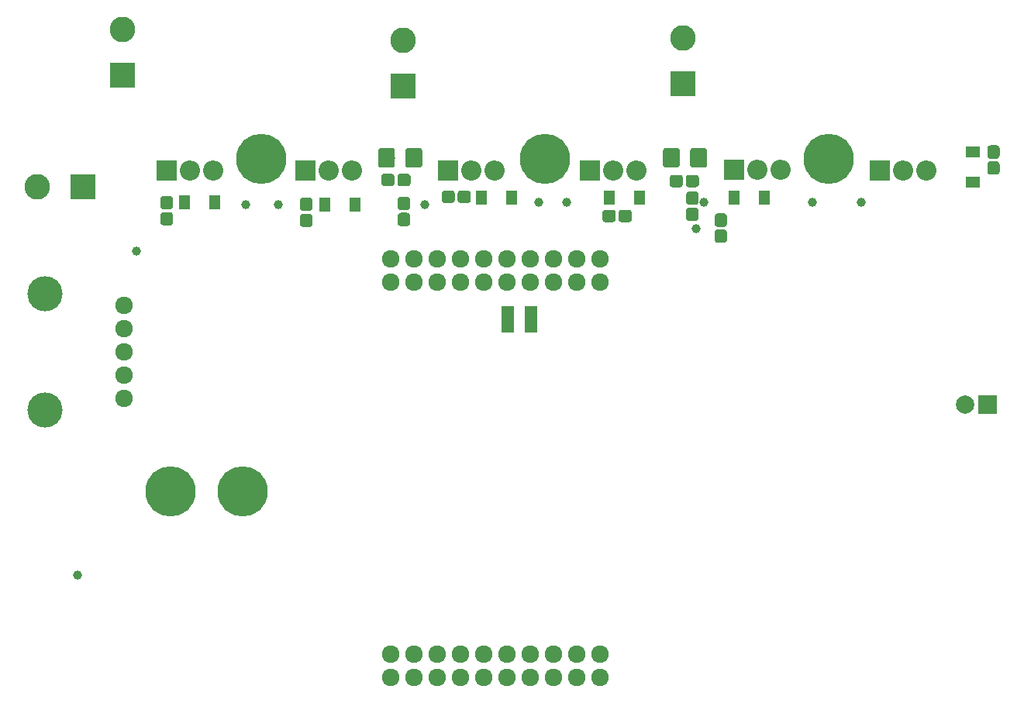
<source format=gbr>
G04 #@! TF.GenerationSoftware,KiCad,Pcbnew,(5.1.2)-1*
G04 #@! TF.CreationDate,2019-10-20T14:10:17-05:00*
G04 #@! TF.ProjectId,MotorController_Hardware,4d6f746f-7243-46f6-9e74-726f6c6c6572,rev?*
G04 #@! TF.SameCoordinates,Original*
G04 #@! TF.FileFunction,Soldermask,Bot*
G04 #@! TF.FilePolarity,Negative*
%FSLAX46Y46*%
G04 Gerber Fmt 4.6, Leading zero omitted, Abs format (unit mm)*
G04 Created by KiCad (PCBNEW (5.1.2)-1) date 2019-10-20 14:10:17*
%MOMM*%
%LPD*%
G04 APERTURE LIST*
%ADD10C,2.800000*%
%ADD11R,2.800000X2.800000*%
%ADD12R,2.000000X2.000000*%
%ADD13C,2.000000*%
%ADD14C,0.100000*%
%ADD15C,1.350000*%
%ADD16C,1.924000*%
%ADD17C,3.850000*%
%ADD18C,5.480000*%
%ADD19R,1.300000X1.600000*%
%ADD20R,1.600000X1.300000*%
%ADD21O,2.200000X2.200000*%
%ADD22R,2.200000X2.200000*%
%ADD23C,1.825000*%
%ADD24R,1.400000X1.100000*%
%ADD25C,1.000000*%
%ADD26C,1.920000*%
G04 APERTURE END LIST*
D10*
X97663000Y-58754000D03*
D11*
X97663000Y-63754000D03*
D12*
X192151000Y-99695000D03*
D13*
X189651000Y-99695000D03*
D11*
X128333500Y-64897000D03*
D10*
X128333500Y-59897000D03*
X88345000Y-75946000D03*
D11*
X93345000Y-75946000D03*
D10*
X158877000Y-59643000D03*
D11*
X158877000Y-64643000D03*
D14*
G36*
X128817581Y-74510625D02*
G01*
X128850343Y-74515485D01*
X128882471Y-74523533D01*
X128913656Y-74534691D01*
X128943596Y-74548852D01*
X128972005Y-74565879D01*
X128998608Y-74585609D01*
X129023149Y-74607851D01*
X129045391Y-74632392D01*
X129065121Y-74658995D01*
X129082148Y-74687404D01*
X129096309Y-74717344D01*
X129107467Y-74748529D01*
X129115515Y-74780657D01*
X129120375Y-74813419D01*
X129122000Y-74846500D01*
X129122000Y-75521500D01*
X129120375Y-75554581D01*
X129115515Y-75587343D01*
X129107467Y-75619471D01*
X129096309Y-75650656D01*
X129082148Y-75680596D01*
X129065121Y-75709005D01*
X129045391Y-75735608D01*
X129023149Y-75760149D01*
X128998608Y-75782391D01*
X128972005Y-75802121D01*
X128943596Y-75819148D01*
X128913656Y-75833309D01*
X128882471Y-75844467D01*
X128850343Y-75852515D01*
X128817581Y-75857375D01*
X128784500Y-75859000D01*
X128009500Y-75859000D01*
X127976419Y-75857375D01*
X127943657Y-75852515D01*
X127911529Y-75844467D01*
X127880344Y-75833309D01*
X127850404Y-75819148D01*
X127821995Y-75802121D01*
X127795392Y-75782391D01*
X127770851Y-75760149D01*
X127748609Y-75735608D01*
X127728879Y-75709005D01*
X127711852Y-75680596D01*
X127697691Y-75650656D01*
X127686533Y-75619471D01*
X127678485Y-75587343D01*
X127673625Y-75554581D01*
X127672000Y-75521500D01*
X127672000Y-74846500D01*
X127673625Y-74813419D01*
X127678485Y-74780657D01*
X127686533Y-74748529D01*
X127697691Y-74717344D01*
X127711852Y-74687404D01*
X127728879Y-74658995D01*
X127748609Y-74632392D01*
X127770851Y-74607851D01*
X127795392Y-74585609D01*
X127821995Y-74565879D01*
X127850404Y-74548852D01*
X127880344Y-74534691D01*
X127911529Y-74523533D01*
X127943657Y-74515485D01*
X127976419Y-74510625D01*
X128009500Y-74509000D01*
X128784500Y-74509000D01*
X128817581Y-74510625D01*
X128817581Y-74510625D01*
G37*
D15*
X128397000Y-75184000D03*
D14*
G36*
X127067581Y-74510625D02*
G01*
X127100343Y-74515485D01*
X127132471Y-74523533D01*
X127163656Y-74534691D01*
X127193596Y-74548852D01*
X127222005Y-74565879D01*
X127248608Y-74585609D01*
X127273149Y-74607851D01*
X127295391Y-74632392D01*
X127315121Y-74658995D01*
X127332148Y-74687404D01*
X127346309Y-74717344D01*
X127357467Y-74748529D01*
X127365515Y-74780657D01*
X127370375Y-74813419D01*
X127372000Y-74846500D01*
X127372000Y-75521500D01*
X127370375Y-75554581D01*
X127365515Y-75587343D01*
X127357467Y-75619471D01*
X127346309Y-75650656D01*
X127332148Y-75680596D01*
X127315121Y-75709005D01*
X127295391Y-75735608D01*
X127273149Y-75760149D01*
X127248608Y-75782391D01*
X127222005Y-75802121D01*
X127193596Y-75819148D01*
X127163656Y-75833309D01*
X127132471Y-75844467D01*
X127100343Y-75852515D01*
X127067581Y-75857375D01*
X127034500Y-75859000D01*
X126259500Y-75859000D01*
X126226419Y-75857375D01*
X126193657Y-75852515D01*
X126161529Y-75844467D01*
X126130344Y-75833309D01*
X126100404Y-75819148D01*
X126071995Y-75802121D01*
X126045392Y-75782391D01*
X126020851Y-75760149D01*
X125998609Y-75735608D01*
X125978879Y-75709005D01*
X125961852Y-75680596D01*
X125947691Y-75650656D01*
X125936533Y-75619471D01*
X125928485Y-75587343D01*
X125923625Y-75554581D01*
X125922000Y-75521500D01*
X125922000Y-74846500D01*
X125923625Y-74813419D01*
X125928485Y-74780657D01*
X125936533Y-74748529D01*
X125947691Y-74717344D01*
X125961852Y-74687404D01*
X125978879Y-74658995D01*
X125998609Y-74632392D01*
X126020851Y-74607851D01*
X126045392Y-74585609D01*
X126071995Y-74565879D01*
X126100404Y-74548852D01*
X126130344Y-74534691D01*
X126161529Y-74523533D01*
X126193657Y-74515485D01*
X126226419Y-74510625D01*
X126259500Y-74509000D01*
X127034500Y-74509000D01*
X127067581Y-74510625D01*
X127067581Y-74510625D01*
G37*
D15*
X126647000Y-75184000D03*
D14*
G36*
X160313581Y-74637625D02*
G01*
X160346343Y-74642485D01*
X160378471Y-74650533D01*
X160409656Y-74661691D01*
X160439596Y-74675852D01*
X160468005Y-74692879D01*
X160494608Y-74712609D01*
X160519149Y-74734851D01*
X160541391Y-74759392D01*
X160561121Y-74785995D01*
X160578148Y-74814404D01*
X160592309Y-74844344D01*
X160603467Y-74875529D01*
X160611515Y-74907657D01*
X160616375Y-74940419D01*
X160618000Y-74973500D01*
X160618000Y-75648500D01*
X160616375Y-75681581D01*
X160611515Y-75714343D01*
X160603467Y-75746471D01*
X160592309Y-75777656D01*
X160578148Y-75807596D01*
X160561121Y-75836005D01*
X160541391Y-75862608D01*
X160519149Y-75887149D01*
X160494608Y-75909391D01*
X160468005Y-75929121D01*
X160439596Y-75946148D01*
X160409656Y-75960309D01*
X160378471Y-75971467D01*
X160346343Y-75979515D01*
X160313581Y-75984375D01*
X160280500Y-75986000D01*
X159505500Y-75986000D01*
X159472419Y-75984375D01*
X159439657Y-75979515D01*
X159407529Y-75971467D01*
X159376344Y-75960309D01*
X159346404Y-75946148D01*
X159317995Y-75929121D01*
X159291392Y-75909391D01*
X159266851Y-75887149D01*
X159244609Y-75862608D01*
X159224879Y-75836005D01*
X159207852Y-75807596D01*
X159193691Y-75777656D01*
X159182533Y-75746471D01*
X159174485Y-75714343D01*
X159169625Y-75681581D01*
X159168000Y-75648500D01*
X159168000Y-74973500D01*
X159169625Y-74940419D01*
X159174485Y-74907657D01*
X159182533Y-74875529D01*
X159193691Y-74844344D01*
X159207852Y-74814404D01*
X159224879Y-74785995D01*
X159244609Y-74759392D01*
X159266851Y-74734851D01*
X159291392Y-74712609D01*
X159317995Y-74692879D01*
X159346404Y-74675852D01*
X159376344Y-74661691D01*
X159407529Y-74650533D01*
X159439657Y-74642485D01*
X159472419Y-74637625D01*
X159505500Y-74636000D01*
X160280500Y-74636000D01*
X160313581Y-74637625D01*
X160313581Y-74637625D01*
G37*
D15*
X159893000Y-75311000D03*
D14*
G36*
X158563581Y-74637625D02*
G01*
X158596343Y-74642485D01*
X158628471Y-74650533D01*
X158659656Y-74661691D01*
X158689596Y-74675852D01*
X158718005Y-74692879D01*
X158744608Y-74712609D01*
X158769149Y-74734851D01*
X158791391Y-74759392D01*
X158811121Y-74785995D01*
X158828148Y-74814404D01*
X158842309Y-74844344D01*
X158853467Y-74875529D01*
X158861515Y-74907657D01*
X158866375Y-74940419D01*
X158868000Y-74973500D01*
X158868000Y-75648500D01*
X158866375Y-75681581D01*
X158861515Y-75714343D01*
X158853467Y-75746471D01*
X158842309Y-75777656D01*
X158828148Y-75807596D01*
X158811121Y-75836005D01*
X158791391Y-75862608D01*
X158769149Y-75887149D01*
X158744608Y-75909391D01*
X158718005Y-75929121D01*
X158689596Y-75946148D01*
X158659656Y-75960309D01*
X158628471Y-75971467D01*
X158596343Y-75979515D01*
X158563581Y-75984375D01*
X158530500Y-75986000D01*
X157755500Y-75986000D01*
X157722419Y-75984375D01*
X157689657Y-75979515D01*
X157657529Y-75971467D01*
X157626344Y-75960309D01*
X157596404Y-75946148D01*
X157567995Y-75929121D01*
X157541392Y-75909391D01*
X157516851Y-75887149D01*
X157494609Y-75862608D01*
X157474879Y-75836005D01*
X157457852Y-75807596D01*
X157443691Y-75777656D01*
X157432533Y-75746471D01*
X157424485Y-75714343D01*
X157419625Y-75681581D01*
X157418000Y-75648500D01*
X157418000Y-74973500D01*
X157419625Y-74940419D01*
X157424485Y-74907657D01*
X157432533Y-74875529D01*
X157443691Y-74844344D01*
X157457852Y-74814404D01*
X157474879Y-74785995D01*
X157494609Y-74759392D01*
X157516851Y-74734851D01*
X157541392Y-74712609D01*
X157567995Y-74692879D01*
X157596404Y-74675852D01*
X157626344Y-74661691D01*
X157657529Y-74650533D01*
X157689657Y-74642485D01*
X157722419Y-74637625D01*
X157755500Y-74636000D01*
X158530500Y-74636000D01*
X158563581Y-74637625D01*
X158563581Y-74637625D01*
G37*
D15*
X158143000Y-75311000D03*
D16*
X97790000Y-99060000D03*
X97790000Y-96520000D03*
X97790000Y-93980000D03*
X97790000Y-91440000D03*
X97790000Y-88900000D03*
D17*
X89154000Y-100330000D03*
X89154000Y-87630000D03*
D18*
X102870000Y-109220000D03*
X110744000Y-109220000D03*
X112776000Y-72923400D03*
X143814800Y-72898000D03*
X174828200Y-72923400D03*
D19*
X107757500Y-77660500D03*
X104457500Y-77660500D03*
X123061000Y-77914500D03*
X119761000Y-77914500D03*
X140143500Y-77152500D03*
X136843500Y-77152500D03*
X150813500Y-77089000D03*
X154113500Y-77089000D03*
X164465000Y-77152500D03*
X167765000Y-77152500D03*
D20*
X190500000Y-75437000D03*
X190500000Y-72137000D03*
D21*
X107569000Y-74168000D03*
X105029000Y-74168000D03*
D22*
X102489000Y-74168000D03*
X117665500Y-74168000D03*
D21*
X120205500Y-74168000D03*
X122745500Y-74168000D03*
D22*
X133223000Y-74168000D03*
D21*
X135763000Y-74168000D03*
X138303000Y-74168000D03*
X153797000Y-74168000D03*
X151257000Y-74168000D03*
D22*
X148717000Y-74168000D03*
X164465000Y-74104500D03*
D21*
X167005000Y-74104500D03*
X169545000Y-74104500D03*
X185420000Y-74168000D03*
X182880000Y-74168000D03*
D22*
X180340000Y-74168000D03*
D14*
G36*
X102859581Y-78701125D02*
G01*
X102892343Y-78705985D01*
X102924471Y-78714033D01*
X102955656Y-78725191D01*
X102985596Y-78739352D01*
X103014005Y-78756379D01*
X103040608Y-78776109D01*
X103065149Y-78798351D01*
X103087391Y-78822892D01*
X103107121Y-78849495D01*
X103124148Y-78877904D01*
X103138309Y-78907844D01*
X103149467Y-78939029D01*
X103157515Y-78971157D01*
X103162375Y-79003919D01*
X103164000Y-79037000D01*
X103164000Y-79812000D01*
X103162375Y-79845081D01*
X103157515Y-79877843D01*
X103149467Y-79909971D01*
X103138309Y-79941156D01*
X103124148Y-79971096D01*
X103107121Y-79999505D01*
X103087391Y-80026108D01*
X103065149Y-80050649D01*
X103040608Y-80072891D01*
X103014005Y-80092621D01*
X102985596Y-80109648D01*
X102955656Y-80123809D01*
X102924471Y-80134967D01*
X102892343Y-80143015D01*
X102859581Y-80147875D01*
X102826500Y-80149500D01*
X102151500Y-80149500D01*
X102118419Y-80147875D01*
X102085657Y-80143015D01*
X102053529Y-80134967D01*
X102022344Y-80123809D01*
X101992404Y-80109648D01*
X101963995Y-80092621D01*
X101937392Y-80072891D01*
X101912851Y-80050649D01*
X101890609Y-80026108D01*
X101870879Y-79999505D01*
X101853852Y-79971096D01*
X101839691Y-79941156D01*
X101828533Y-79909971D01*
X101820485Y-79877843D01*
X101815625Y-79845081D01*
X101814000Y-79812000D01*
X101814000Y-79037000D01*
X101815625Y-79003919D01*
X101820485Y-78971157D01*
X101828533Y-78939029D01*
X101839691Y-78907844D01*
X101853852Y-78877904D01*
X101870879Y-78849495D01*
X101890609Y-78822892D01*
X101912851Y-78798351D01*
X101937392Y-78776109D01*
X101963995Y-78756379D01*
X101992404Y-78739352D01*
X102022344Y-78725191D01*
X102053529Y-78714033D01*
X102085657Y-78705985D01*
X102118419Y-78701125D01*
X102151500Y-78699500D01*
X102826500Y-78699500D01*
X102859581Y-78701125D01*
X102859581Y-78701125D01*
G37*
D15*
X102489000Y-79424500D03*
D14*
G36*
X102859581Y-76951125D02*
G01*
X102892343Y-76955985D01*
X102924471Y-76964033D01*
X102955656Y-76975191D01*
X102985596Y-76989352D01*
X103014005Y-77006379D01*
X103040608Y-77026109D01*
X103065149Y-77048351D01*
X103087391Y-77072892D01*
X103107121Y-77099495D01*
X103124148Y-77127904D01*
X103138309Y-77157844D01*
X103149467Y-77189029D01*
X103157515Y-77221157D01*
X103162375Y-77253919D01*
X103164000Y-77287000D01*
X103164000Y-78062000D01*
X103162375Y-78095081D01*
X103157515Y-78127843D01*
X103149467Y-78159971D01*
X103138309Y-78191156D01*
X103124148Y-78221096D01*
X103107121Y-78249505D01*
X103087391Y-78276108D01*
X103065149Y-78300649D01*
X103040608Y-78322891D01*
X103014005Y-78342621D01*
X102985596Y-78359648D01*
X102955656Y-78373809D01*
X102924471Y-78384967D01*
X102892343Y-78393015D01*
X102859581Y-78397875D01*
X102826500Y-78399500D01*
X102151500Y-78399500D01*
X102118419Y-78397875D01*
X102085657Y-78393015D01*
X102053529Y-78384967D01*
X102022344Y-78373809D01*
X101992404Y-78359648D01*
X101963995Y-78342621D01*
X101937392Y-78322891D01*
X101912851Y-78300649D01*
X101890609Y-78276108D01*
X101870879Y-78249505D01*
X101853852Y-78221096D01*
X101839691Y-78191156D01*
X101828533Y-78159971D01*
X101820485Y-78127843D01*
X101815625Y-78095081D01*
X101814000Y-78062000D01*
X101814000Y-77287000D01*
X101815625Y-77253919D01*
X101820485Y-77221157D01*
X101828533Y-77189029D01*
X101839691Y-77157844D01*
X101853852Y-77127904D01*
X101870879Y-77099495D01*
X101890609Y-77072892D01*
X101912851Y-77048351D01*
X101937392Y-77026109D01*
X101963995Y-77006379D01*
X101992404Y-76989352D01*
X102022344Y-76975191D01*
X102053529Y-76964033D01*
X102085657Y-76955985D01*
X102118419Y-76951125D01*
X102151500Y-76949500D01*
X102826500Y-76949500D01*
X102859581Y-76951125D01*
X102859581Y-76951125D01*
G37*
D15*
X102489000Y-77674500D03*
D14*
G36*
X118099581Y-78877625D02*
G01*
X118132343Y-78882485D01*
X118164471Y-78890533D01*
X118195656Y-78901691D01*
X118225596Y-78915852D01*
X118254005Y-78932879D01*
X118280608Y-78952609D01*
X118305149Y-78974851D01*
X118327391Y-78999392D01*
X118347121Y-79025995D01*
X118364148Y-79054404D01*
X118378309Y-79084344D01*
X118389467Y-79115529D01*
X118397515Y-79147657D01*
X118402375Y-79180419D01*
X118404000Y-79213500D01*
X118404000Y-79988500D01*
X118402375Y-80021581D01*
X118397515Y-80054343D01*
X118389467Y-80086471D01*
X118378309Y-80117656D01*
X118364148Y-80147596D01*
X118347121Y-80176005D01*
X118327391Y-80202608D01*
X118305149Y-80227149D01*
X118280608Y-80249391D01*
X118254005Y-80269121D01*
X118225596Y-80286148D01*
X118195656Y-80300309D01*
X118164471Y-80311467D01*
X118132343Y-80319515D01*
X118099581Y-80324375D01*
X118066500Y-80326000D01*
X117391500Y-80326000D01*
X117358419Y-80324375D01*
X117325657Y-80319515D01*
X117293529Y-80311467D01*
X117262344Y-80300309D01*
X117232404Y-80286148D01*
X117203995Y-80269121D01*
X117177392Y-80249391D01*
X117152851Y-80227149D01*
X117130609Y-80202608D01*
X117110879Y-80176005D01*
X117093852Y-80147596D01*
X117079691Y-80117656D01*
X117068533Y-80086471D01*
X117060485Y-80054343D01*
X117055625Y-80021581D01*
X117054000Y-79988500D01*
X117054000Y-79213500D01*
X117055625Y-79180419D01*
X117060485Y-79147657D01*
X117068533Y-79115529D01*
X117079691Y-79084344D01*
X117093852Y-79054404D01*
X117110879Y-79025995D01*
X117130609Y-78999392D01*
X117152851Y-78974851D01*
X117177392Y-78952609D01*
X117203995Y-78932879D01*
X117232404Y-78915852D01*
X117262344Y-78901691D01*
X117293529Y-78890533D01*
X117325657Y-78882485D01*
X117358419Y-78877625D01*
X117391500Y-78876000D01*
X118066500Y-78876000D01*
X118099581Y-78877625D01*
X118099581Y-78877625D01*
G37*
D15*
X117729000Y-79601000D03*
D14*
G36*
X118099581Y-77127625D02*
G01*
X118132343Y-77132485D01*
X118164471Y-77140533D01*
X118195656Y-77151691D01*
X118225596Y-77165852D01*
X118254005Y-77182879D01*
X118280608Y-77202609D01*
X118305149Y-77224851D01*
X118327391Y-77249392D01*
X118347121Y-77275995D01*
X118364148Y-77304404D01*
X118378309Y-77334344D01*
X118389467Y-77365529D01*
X118397515Y-77397657D01*
X118402375Y-77430419D01*
X118404000Y-77463500D01*
X118404000Y-78238500D01*
X118402375Y-78271581D01*
X118397515Y-78304343D01*
X118389467Y-78336471D01*
X118378309Y-78367656D01*
X118364148Y-78397596D01*
X118347121Y-78426005D01*
X118327391Y-78452608D01*
X118305149Y-78477149D01*
X118280608Y-78499391D01*
X118254005Y-78519121D01*
X118225596Y-78536148D01*
X118195656Y-78550309D01*
X118164471Y-78561467D01*
X118132343Y-78569515D01*
X118099581Y-78574375D01*
X118066500Y-78576000D01*
X117391500Y-78576000D01*
X117358419Y-78574375D01*
X117325657Y-78569515D01*
X117293529Y-78561467D01*
X117262344Y-78550309D01*
X117232404Y-78536148D01*
X117203995Y-78519121D01*
X117177392Y-78499391D01*
X117152851Y-78477149D01*
X117130609Y-78452608D01*
X117110879Y-78426005D01*
X117093852Y-78397596D01*
X117079691Y-78367656D01*
X117068533Y-78336471D01*
X117060485Y-78304343D01*
X117055625Y-78271581D01*
X117054000Y-78238500D01*
X117054000Y-77463500D01*
X117055625Y-77430419D01*
X117060485Y-77397657D01*
X117068533Y-77365529D01*
X117079691Y-77334344D01*
X117093852Y-77304404D01*
X117110879Y-77275995D01*
X117130609Y-77249392D01*
X117152851Y-77224851D01*
X117177392Y-77202609D01*
X117203995Y-77182879D01*
X117232404Y-77165852D01*
X117262344Y-77151691D01*
X117293529Y-77140533D01*
X117325657Y-77132485D01*
X117358419Y-77127625D01*
X117391500Y-77126000D01*
X118066500Y-77126000D01*
X118099581Y-77127625D01*
X118099581Y-77127625D01*
G37*
D15*
X117729000Y-77851000D03*
D14*
G36*
X133657581Y-76352125D02*
G01*
X133690343Y-76356985D01*
X133722471Y-76365033D01*
X133753656Y-76376191D01*
X133783596Y-76390352D01*
X133812005Y-76407379D01*
X133838608Y-76427109D01*
X133863149Y-76449351D01*
X133885391Y-76473892D01*
X133905121Y-76500495D01*
X133922148Y-76528904D01*
X133936309Y-76558844D01*
X133947467Y-76590029D01*
X133955515Y-76622157D01*
X133960375Y-76654919D01*
X133962000Y-76688000D01*
X133962000Y-77363000D01*
X133960375Y-77396081D01*
X133955515Y-77428843D01*
X133947467Y-77460971D01*
X133936309Y-77492156D01*
X133922148Y-77522096D01*
X133905121Y-77550505D01*
X133885391Y-77577108D01*
X133863149Y-77601649D01*
X133838608Y-77623891D01*
X133812005Y-77643621D01*
X133783596Y-77660648D01*
X133753656Y-77674809D01*
X133722471Y-77685967D01*
X133690343Y-77694015D01*
X133657581Y-77698875D01*
X133624500Y-77700500D01*
X132849500Y-77700500D01*
X132816419Y-77698875D01*
X132783657Y-77694015D01*
X132751529Y-77685967D01*
X132720344Y-77674809D01*
X132690404Y-77660648D01*
X132661995Y-77643621D01*
X132635392Y-77623891D01*
X132610851Y-77601649D01*
X132588609Y-77577108D01*
X132568879Y-77550505D01*
X132551852Y-77522096D01*
X132537691Y-77492156D01*
X132526533Y-77460971D01*
X132518485Y-77428843D01*
X132513625Y-77396081D01*
X132512000Y-77363000D01*
X132512000Y-76688000D01*
X132513625Y-76654919D01*
X132518485Y-76622157D01*
X132526533Y-76590029D01*
X132537691Y-76558844D01*
X132551852Y-76528904D01*
X132568879Y-76500495D01*
X132588609Y-76473892D01*
X132610851Y-76449351D01*
X132635392Y-76427109D01*
X132661995Y-76407379D01*
X132690404Y-76390352D01*
X132720344Y-76376191D01*
X132751529Y-76365033D01*
X132783657Y-76356985D01*
X132816419Y-76352125D01*
X132849500Y-76350500D01*
X133624500Y-76350500D01*
X133657581Y-76352125D01*
X133657581Y-76352125D01*
G37*
D15*
X133237000Y-77025500D03*
D14*
G36*
X135407581Y-76352125D02*
G01*
X135440343Y-76356985D01*
X135472471Y-76365033D01*
X135503656Y-76376191D01*
X135533596Y-76390352D01*
X135562005Y-76407379D01*
X135588608Y-76427109D01*
X135613149Y-76449351D01*
X135635391Y-76473892D01*
X135655121Y-76500495D01*
X135672148Y-76528904D01*
X135686309Y-76558844D01*
X135697467Y-76590029D01*
X135705515Y-76622157D01*
X135710375Y-76654919D01*
X135712000Y-76688000D01*
X135712000Y-77363000D01*
X135710375Y-77396081D01*
X135705515Y-77428843D01*
X135697467Y-77460971D01*
X135686309Y-77492156D01*
X135672148Y-77522096D01*
X135655121Y-77550505D01*
X135635391Y-77577108D01*
X135613149Y-77601649D01*
X135588608Y-77623891D01*
X135562005Y-77643621D01*
X135533596Y-77660648D01*
X135503656Y-77674809D01*
X135472471Y-77685967D01*
X135440343Y-77694015D01*
X135407581Y-77698875D01*
X135374500Y-77700500D01*
X134599500Y-77700500D01*
X134566419Y-77698875D01*
X134533657Y-77694015D01*
X134501529Y-77685967D01*
X134470344Y-77674809D01*
X134440404Y-77660648D01*
X134411995Y-77643621D01*
X134385392Y-77623891D01*
X134360851Y-77601649D01*
X134338609Y-77577108D01*
X134318879Y-77550505D01*
X134301852Y-77522096D01*
X134287691Y-77492156D01*
X134276533Y-77460971D01*
X134268485Y-77428843D01*
X134263625Y-77396081D01*
X134262000Y-77363000D01*
X134262000Y-76688000D01*
X134263625Y-76654919D01*
X134268485Y-76622157D01*
X134276533Y-76590029D01*
X134287691Y-76558844D01*
X134301852Y-76528904D01*
X134318879Y-76500495D01*
X134338609Y-76473892D01*
X134360851Y-76449351D01*
X134385392Y-76427109D01*
X134411995Y-76407379D01*
X134440404Y-76390352D01*
X134470344Y-76376191D01*
X134501529Y-76365033D01*
X134533657Y-76356985D01*
X134566419Y-76352125D01*
X134599500Y-76350500D01*
X135374500Y-76350500D01*
X135407581Y-76352125D01*
X135407581Y-76352125D01*
G37*
D15*
X134987000Y-77025500D03*
D14*
G36*
X151233081Y-78447625D02*
G01*
X151265843Y-78452485D01*
X151297971Y-78460533D01*
X151329156Y-78471691D01*
X151359096Y-78485852D01*
X151387505Y-78502879D01*
X151414108Y-78522609D01*
X151438649Y-78544851D01*
X151460891Y-78569392D01*
X151480621Y-78595995D01*
X151497648Y-78624404D01*
X151511809Y-78654344D01*
X151522967Y-78685529D01*
X151531015Y-78717657D01*
X151535875Y-78750419D01*
X151537500Y-78783500D01*
X151537500Y-79458500D01*
X151535875Y-79491581D01*
X151531015Y-79524343D01*
X151522967Y-79556471D01*
X151511809Y-79587656D01*
X151497648Y-79617596D01*
X151480621Y-79646005D01*
X151460891Y-79672608D01*
X151438649Y-79697149D01*
X151414108Y-79719391D01*
X151387505Y-79739121D01*
X151359096Y-79756148D01*
X151329156Y-79770309D01*
X151297971Y-79781467D01*
X151265843Y-79789515D01*
X151233081Y-79794375D01*
X151200000Y-79796000D01*
X150425000Y-79796000D01*
X150391919Y-79794375D01*
X150359157Y-79789515D01*
X150327029Y-79781467D01*
X150295844Y-79770309D01*
X150265904Y-79756148D01*
X150237495Y-79739121D01*
X150210892Y-79719391D01*
X150186351Y-79697149D01*
X150164109Y-79672608D01*
X150144379Y-79646005D01*
X150127352Y-79617596D01*
X150113191Y-79587656D01*
X150102033Y-79556471D01*
X150093985Y-79524343D01*
X150089125Y-79491581D01*
X150087500Y-79458500D01*
X150087500Y-78783500D01*
X150089125Y-78750419D01*
X150093985Y-78717657D01*
X150102033Y-78685529D01*
X150113191Y-78654344D01*
X150127352Y-78624404D01*
X150144379Y-78595995D01*
X150164109Y-78569392D01*
X150186351Y-78544851D01*
X150210892Y-78522609D01*
X150237495Y-78502879D01*
X150265904Y-78485852D01*
X150295844Y-78471691D01*
X150327029Y-78460533D01*
X150359157Y-78452485D01*
X150391919Y-78447625D01*
X150425000Y-78446000D01*
X151200000Y-78446000D01*
X151233081Y-78447625D01*
X151233081Y-78447625D01*
G37*
D15*
X150812500Y-79121000D03*
D14*
G36*
X152983081Y-78447625D02*
G01*
X153015843Y-78452485D01*
X153047971Y-78460533D01*
X153079156Y-78471691D01*
X153109096Y-78485852D01*
X153137505Y-78502879D01*
X153164108Y-78522609D01*
X153188649Y-78544851D01*
X153210891Y-78569392D01*
X153230621Y-78595995D01*
X153247648Y-78624404D01*
X153261809Y-78654344D01*
X153272967Y-78685529D01*
X153281015Y-78717657D01*
X153285875Y-78750419D01*
X153287500Y-78783500D01*
X153287500Y-79458500D01*
X153285875Y-79491581D01*
X153281015Y-79524343D01*
X153272967Y-79556471D01*
X153261809Y-79587656D01*
X153247648Y-79617596D01*
X153230621Y-79646005D01*
X153210891Y-79672608D01*
X153188649Y-79697149D01*
X153164108Y-79719391D01*
X153137505Y-79739121D01*
X153109096Y-79756148D01*
X153079156Y-79770309D01*
X153047971Y-79781467D01*
X153015843Y-79789515D01*
X152983081Y-79794375D01*
X152950000Y-79796000D01*
X152175000Y-79796000D01*
X152141919Y-79794375D01*
X152109157Y-79789515D01*
X152077029Y-79781467D01*
X152045844Y-79770309D01*
X152015904Y-79756148D01*
X151987495Y-79739121D01*
X151960892Y-79719391D01*
X151936351Y-79697149D01*
X151914109Y-79672608D01*
X151894379Y-79646005D01*
X151877352Y-79617596D01*
X151863191Y-79587656D01*
X151852033Y-79556471D01*
X151843985Y-79524343D01*
X151839125Y-79491581D01*
X151837500Y-79458500D01*
X151837500Y-78783500D01*
X151839125Y-78750419D01*
X151843985Y-78717657D01*
X151852033Y-78685529D01*
X151863191Y-78654344D01*
X151877352Y-78624404D01*
X151894379Y-78595995D01*
X151914109Y-78569392D01*
X151936351Y-78544851D01*
X151960892Y-78522609D01*
X151987495Y-78502879D01*
X152015904Y-78485852D01*
X152045844Y-78471691D01*
X152077029Y-78460533D01*
X152109157Y-78452485D01*
X152141919Y-78447625D01*
X152175000Y-78446000D01*
X152950000Y-78446000D01*
X152983081Y-78447625D01*
X152983081Y-78447625D01*
G37*
D15*
X152562500Y-79121000D03*
D14*
G36*
X163375081Y-78856125D02*
G01*
X163407843Y-78860985D01*
X163439971Y-78869033D01*
X163471156Y-78880191D01*
X163501096Y-78894352D01*
X163529505Y-78911379D01*
X163556108Y-78931109D01*
X163580649Y-78953351D01*
X163602891Y-78977892D01*
X163622621Y-79004495D01*
X163639648Y-79032904D01*
X163653809Y-79062844D01*
X163664967Y-79094029D01*
X163673015Y-79126157D01*
X163677875Y-79158919D01*
X163679500Y-79192000D01*
X163679500Y-79967000D01*
X163677875Y-80000081D01*
X163673015Y-80032843D01*
X163664967Y-80064971D01*
X163653809Y-80096156D01*
X163639648Y-80126096D01*
X163622621Y-80154505D01*
X163602891Y-80181108D01*
X163580649Y-80205649D01*
X163556108Y-80227891D01*
X163529505Y-80247621D01*
X163501096Y-80264648D01*
X163471156Y-80278809D01*
X163439971Y-80289967D01*
X163407843Y-80298015D01*
X163375081Y-80302875D01*
X163342000Y-80304500D01*
X162667000Y-80304500D01*
X162633919Y-80302875D01*
X162601157Y-80298015D01*
X162569029Y-80289967D01*
X162537844Y-80278809D01*
X162507904Y-80264648D01*
X162479495Y-80247621D01*
X162452892Y-80227891D01*
X162428351Y-80205649D01*
X162406109Y-80181108D01*
X162386379Y-80154505D01*
X162369352Y-80126096D01*
X162355191Y-80096156D01*
X162344033Y-80064971D01*
X162335985Y-80032843D01*
X162331125Y-80000081D01*
X162329500Y-79967000D01*
X162329500Y-79192000D01*
X162331125Y-79158919D01*
X162335985Y-79126157D01*
X162344033Y-79094029D01*
X162355191Y-79062844D01*
X162369352Y-79032904D01*
X162386379Y-79004495D01*
X162406109Y-78977892D01*
X162428351Y-78953351D01*
X162452892Y-78931109D01*
X162479495Y-78911379D01*
X162507904Y-78894352D01*
X162537844Y-78880191D01*
X162569029Y-78869033D01*
X162601157Y-78860985D01*
X162633919Y-78856125D01*
X162667000Y-78854500D01*
X163342000Y-78854500D01*
X163375081Y-78856125D01*
X163375081Y-78856125D01*
G37*
D15*
X163004500Y-79579500D03*
D14*
G36*
X163375081Y-80606125D02*
G01*
X163407843Y-80610985D01*
X163439971Y-80619033D01*
X163471156Y-80630191D01*
X163501096Y-80644352D01*
X163529505Y-80661379D01*
X163556108Y-80681109D01*
X163580649Y-80703351D01*
X163602891Y-80727892D01*
X163622621Y-80754495D01*
X163639648Y-80782904D01*
X163653809Y-80812844D01*
X163664967Y-80844029D01*
X163673015Y-80876157D01*
X163677875Y-80908919D01*
X163679500Y-80942000D01*
X163679500Y-81717000D01*
X163677875Y-81750081D01*
X163673015Y-81782843D01*
X163664967Y-81814971D01*
X163653809Y-81846156D01*
X163639648Y-81876096D01*
X163622621Y-81904505D01*
X163602891Y-81931108D01*
X163580649Y-81955649D01*
X163556108Y-81977891D01*
X163529505Y-81997621D01*
X163501096Y-82014648D01*
X163471156Y-82028809D01*
X163439971Y-82039967D01*
X163407843Y-82048015D01*
X163375081Y-82052875D01*
X163342000Y-82054500D01*
X162667000Y-82054500D01*
X162633919Y-82052875D01*
X162601157Y-82048015D01*
X162569029Y-82039967D01*
X162537844Y-82028809D01*
X162507904Y-82014648D01*
X162479495Y-81997621D01*
X162452892Y-81977891D01*
X162428351Y-81955649D01*
X162406109Y-81931108D01*
X162386379Y-81904505D01*
X162369352Y-81876096D01*
X162355191Y-81846156D01*
X162344033Y-81814971D01*
X162335985Y-81782843D01*
X162331125Y-81750081D01*
X162329500Y-81717000D01*
X162329500Y-80942000D01*
X162331125Y-80908919D01*
X162335985Y-80876157D01*
X162344033Y-80844029D01*
X162355191Y-80812844D01*
X162369352Y-80782904D01*
X162386379Y-80754495D01*
X162406109Y-80727892D01*
X162428351Y-80703351D01*
X162452892Y-80681109D01*
X162479495Y-80661379D01*
X162507904Y-80644352D01*
X162537844Y-80630191D01*
X162569029Y-80619033D01*
X162601157Y-80610985D01*
X162633919Y-80606125D01*
X162667000Y-80604500D01*
X163342000Y-80604500D01*
X163375081Y-80606125D01*
X163375081Y-80606125D01*
G37*
D15*
X163004500Y-81329500D03*
D14*
G36*
X193156581Y-73162625D02*
G01*
X193189343Y-73167485D01*
X193221471Y-73175533D01*
X193252656Y-73186691D01*
X193282596Y-73200852D01*
X193311005Y-73217879D01*
X193337608Y-73237609D01*
X193362149Y-73259851D01*
X193384391Y-73284392D01*
X193404121Y-73310995D01*
X193421148Y-73339404D01*
X193435309Y-73369344D01*
X193446467Y-73400529D01*
X193454515Y-73432657D01*
X193459375Y-73465419D01*
X193461000Y-73498500D01*
X193461000Y-74273500D01*
X193459375Y-74306581D01*
X193454515Y-74339343D01*
X193446467Y-74371471D01*
X193435309Y-74402656D01*
X193421148Y-74432596D01*
X193404121Y-74461005D01*
X193384391Y-74487608D01*
X193362149Y-74512149D01*
X193337608Y-74534391D01*
X193311005Y-74554121D01*
X193282596Y-74571148D01*
X193252656Y-74585309D01*
X193221471Y-74596467D01*
X193189343Y-74604515D01*
X193156581Y-74609375D01*
X193123500Y-74611000D01*
X192448500Y-74611000D01*
X192415419Y-74609375D01*
X192382657Y-74604515D01*
X192350529Y-74596467D01*
X192319344Y-74585309D01*
X192289404Y-74571148D01*
X192260995Y-74554121D01*
X192234392Y-74534391D01*
X192209851Y-74512149D01*
X192187609Y-74487608D01*
X192167879Y-74461005D01*
X192150852Y-74432596D01*
X192136691Y-74402656D01*
X192125533Y-74371471D01*
X192117485Y-74339343D01*
X192112625Y-74306581D01*
X192111000Y-74273500D01*
X192111000Y-73498500D01*
X192112625Y-73465419D01*
X192117485Y-73432657D01*
X192125533Y-73400529D01*
X192136691Y-73369344D01*
X192150852Y-73339404D01*
X192167879Y-73310995D01*
X192187609Y-73284392D01*
X192209851Y-73259851D01*
X192234392Y-73237609D01*
X192260995Y-73217879D01*
X192289404Y-73200852D01*
X192319344Y-73186691D01*
X192350529Y-73175533D01*
X192382657Y-73167485D01*
X192415419Y-73162625D01*
X192448500Y-73161000D01*
X193123500Y-73161000D01*
X193156581Y-73162625D01*
X193156581Y-73162625D01*
G37*
D15*
X192786000Y-73886000D03*
D14*
G36*
X193156581Y-71412625D02*
G01*
X193189343Y-71417485D01*
X193221471Y-71425533D01*
X193252656Y-71436691D01*
X193282596Y-71450852D01*
X193311005Y-71467879D01*
X193337608Y-71487609D01*
X193362149Y-71509851D01*
X193384391Y-71534392D01*
X193404121Y-71560995D01*
X193421148Y-71589404D01*
X193435309Y-71619344D01*
X193446467Y-71650529D01*
X193454515Y-71682657D01*
X193459375Y-71715419D01*
X193461000Y-71748500D01*
X193461000Y-72523500D01*
X193459375Y-72556581D01*
X193454515Y-72589343D01*
X193446467Y-72621471D01*
X193435309Y-72652656D01*
X193421148Y-72682596D01*
X193404121Y-72711005D01*
X193384391Y-72737608D01*
X193362149Y-72762149D01*
X193337608Y-72784391D01*
X193311005Y-72804121D01*
X193282596Y-72821148D01*
X193252656Y-72835309D01*
X193221471Y-72846467D01*
X193189343Y-72854515D01*
X193156581Y-72859375D01*
X193123500Y-72861000D01*
X192448500Y-72861000D01*
X192415419Y-72859375D01*
X192382657Y-72854515D01*
X192350529Y-72846467D01*
X192319344Y-72835309D01*
X192289404Y-72821148D01*
X192260995Y-72804121D01*
X192234392Y-72784391D01*
X192209851Y-72762149D01*
X192187609Y-72737608D01*
X192167879Y-72711005D01*
X192150852Y-72682596D01*
X192136691Y-72652656D01*
X192125533Y-72621471D01*
X192117485Y-72589343D01*
X192112625Y-72556581D01*
X192111000Y-72523500D01*
X192111000Y-71748500D01*
X192112625Y-71715419D01*
X192117485Y-71682657D01*
X192125533Y-71650529D01*
X192136691Y-71619344D01*
X192150852Y-71589404D01*
X192167879Y-71560995D01*
X192187609Y-71534392D01*
X192209851Y-71509851D01*
X192234392Y-71487609D01*
X192260995Y-71467879D01*
X192289404Y-71450852D01*
X192319344Y-71436691D01*
X192350529Y-71425533D01*
X192382657Y-71417485D01*
X192415419Y-71412625D01*
X192448500Y-71411000D01*
X193123500Y-71411000D01*
X193156581Y-71412625D01*
X193156581Y-71412625D01*
G37*
D15*
X192786000Y-72136000D03*
D14*
G36*
X127125207Y-71697542D02*
G01*
X127156287Y-71702152D01*
X127186766Y-71709787D01*
X127216350Y-71720372D01*
X127244754Y-71733806D01*
X127271704Y-71749959D01*
X127296942Y-71768677D01*
X127320223Y-71789777D01*
X127341323Y-71813058D01*
X127360041Y-71838296D01*
X127376194Y-71865246D01*
X127389628Y-71893650D01*
X127400213Y-71923234D01*
X127407848Y-71953713D01*
X127412458Y-71984793D01*
X127414000Y-72016176D01*
X127414000Y-73525824D01*
X127412458Y-73557207D01*
X127407848Y-73588287D01*
X127400213Y-73618766D01*
X127389628Y-73648350D01*
X127376194Y-73676754D01*
X127360041Y-73703704D01*
X127341323Y-73728942D01*
X127320223Y-73752223D01*
X127296942Y-73773323D01*
X127271704Y-73792041D01*
X127244754Y-73808194D01*
X127216350Y-73821628D01*
X127186766Y-73832213D01*
X127156287Y-73839848D01*
X127125207Y-73844458D01*
X127093824Y-73846000D01*
X125909176Y-73846000D01*
X125877793Y-73844458D01*
X125846713Y-73839848D01*
X125816234Y-73832213D01*
X125786650Y-73821628D01*
X125758246Y-73808194D01*
X125731296Y-73792041D01*
X125706058Y-73773323D01*
X125682777Y-73752223D01*
X125661677Y-73728942D01*
X125642959Y-73703704D01*
X125626806Y-73676754D01*
X125613372Y-73648350D01*
X125602787Y-73618766D01*
X125595152Y-73588287D01*
X125590542Y-73557207D01*
X125589000Y-73525824D01*
X125589000Y-72016176D01*
X125590542Y-71984793D01*
X125595152Y-71953713D01*
X125602787Y-71923234D01*
X125613372Y-71893650D01*
X125626806Y-71865246D01*
X125642959Y-71838296D01*
X125661677Y-71813058D01*
X125682777Y-71789777D01*
X125706058Y-71768677D01*
X125731296Y-71749959D01*
X125758246Y-71733806D01*
X125786650Y-71720372D01*
X125816234Y-71709787D01*
X125846713Y-71702152D01*
X125877793Y-71697542D01*
X125909176Y-71696000D01*
X127093824Y-71696000D01*
X127125207Y-71697542D01*
X127125207Y-71697542D01*
G37*
D23*
X126501500Y-72771000D03*
D14*
G36*
X130100207Y-71697542D02*
G01*
X130131287Y-71702152D01*
X130161766Y-71709787D01*
X130191350Y-71720372D01*
X130219754Y-71733806D01*
X130246704Y-71749959D01*
X130271942Y-71768677D01*
X130295223Y-71789777D01*
X130316323Y-71813058D01*
X130335041Y-71838296D01*
X130351194Y-71865246D01*
X130364628Y-71893650D01*
X130375213Y-71923234D01*
X130382848Y-71953713D01*
X130387458Y-71984793D01*
X130389000Y-72016176D01*
X130389000Y-73525824D01*
X130387458Y-73557207D01*
X130382848Y-73588287D01*
X130375213Y-73618766D01*
X130364628Y-73648350D01*
X130351194Y-73676754D01*
X130335041Y-73703704D01*
X130316323Y-73728942D01*
X130295223Y-73752223D01*
X130271942Y-73773323D01*
X130246704Y-73792041D01*
X130219754Y-73808194D01*
X130191350Y-73821628D01*
X130161766Y-73832213D01*
X130131287Y-73839848D01*
X130100207Y-73844458D01*
X130068824Y-73846000D01*
X128884176Y-73846000D01*
X128852793Y-73844458D01*
X128821713Y-73839848D01*
X128791234Y-73832213D01*
X128761650Y-73821628D01*
X128733246Y-73808194D01*
X128706296Y-73792041D01*
X128681058Y-73773323D01*
X128657777Y-73752223D01*
X128636677Y-73728942D01*
X128617959Y-73703704D01*
X128601806Y-73676754D01*
X128588372Y-73648350D01*
X128577787Y-73618766D01*
X128570152Y-73588287D01*
X128565542Y-73557207D01*
X128564000Y-73525824D01*
X128564000Y-72016176D01*
X128565542Y-71984793D01*
X128570152Y-71953713D01*
X128577787Y-71923234D01*
X128588372Y-71893650D01*
X128601806Y-71865246D01*
X128617959Y-71838296D01*
X128636677Y-71813058D01*
X128657777Y-71789777D01*
X128681058Y-71768677D01*
X128706296Y-71749959D01*
X128733246Y-71733806D01*
X128761650Y-71720372D01*
X128791234Y-71709787D01*
X128821713Y-71702152D01*
X128852793Y-71697542D01*
X128884176Y-71696000D01*
X130068824Y-71696000D01*
X130100207Y-71697542D01*
X130100207Y-71697542D01*
G37*
D23*
X129476500Y-72771000D03*
D14*
G36*
X161205707Y-71697542D02*
G01*
X161236787Y-71702152D01*
X161267266Y-71709787D01*
X161296850Y-71720372D01*
X161325254Y-71733806D01*
X161352204Y-71749959D01*
X161377442Y-71768677D01*
X161400723Y-71789777D01*
X161421823Y-71813058D01*
X161440541Y-71838296D01*
X161456694Y-71865246D01*
X161470128Y-71893650D01*
X161480713Y-71923234D01*
X161488348Y-71953713D01*
X161492958Y-71984793D01*
X161494500Y-72016176D01*
X161494500Y-73525824D01*
X161492958Y-73557207D01*
X161488348Y-73588287D01*
X161480713Y-73618766D01*
X161470128Y-73648350D01*
X161456694Y-73676754D01*
X161440541Y-73703704D01*
X161421823Y-73728942D01*
X161400723Y-73752223D01*
X161377442Y-73773323D01*
X161352204Y-73792041D01*
X161325254Y-73808194D01*
X161296850Y-73821628D01*
X161267266Y-73832213D01*
X161236787Y-73839848D01*
X161205707Y-73844458D01*
X161174324Y-73846000D01*
X159989676Y-73846000D01*
X159958293Y-73844458D01*
X159927213Y-73839848D01*
X159896734Y-73832213D01*
X159867150Y-73821628D01*
X159838746Y-73808194D01*
X159811796Y-73792041D01*
X159786558Y-73773323D01*
X159763277Y-73752223D01*
X159742177Y-73728942D01*
X159723459Y-73703704D01*
X159707306Y-73676754D01*
X159693872Y-73648350D01*
X159683287Y-73618766D01*
X159675652Y-73588287D01*
X159671042Y-73557207D01*
X159669500Y-73525824D01*
X159669500Y-72016176D01*
X159671042Y-71984793D01*
X159675652Y-71953713D01*
X159683287Y-71923234D01*
X159693872Y-71893650D01*
X159707306Y-71865246D01*
X159723459Y-71838296D01*
X159742177Y-71813058D01*
X159763277Y-71789777D01*
X159786558Y-71768677D01*
X159811796Y-71749959D01*
X159838746Y-71733806D01*
X159867150Y-71720372D01*
X159896734Y-71709787D01*
X159927213Y-71702152D01*
X159958293Y-71697542D01*
X159989676Y-71696000D01*
X161174324Y-71696000D01*
X161205707Y-71697542D01*
X161205707Y-71697542D01*
G37*
D23*
X160582000Y-72771000D03*
D14*
G36*
X158230707Y-71697542D02*
G01*
X158261787Y-71702152D01*
X158292266Y-71709787D01*
X158321850Y-71720372D01*
X158350254Y-71733806D01*
X158377204Y-71749959D01*
X158402442Y-71768677D01*
X158425723Y-71789777D01*
X158446823Y-71813058D01*
X158465541Y-71838296D01*
X158481694Y-71865246D01*
X158495128Y-71893650D01*
X158505713Y-71923234D01*
X158513348Y-71953713D01*
X158517958Y-71984793D01*
X158519500Y-72016176D01*
X158519500Y-73525824D01*
X158517958Y-73557207D01*
X158513348Y-73588287D01*
X158505713Y-73618766D01*
X158495128Y-73648350D01*
X158481694Y-73676754D01*
X158465541Y-73703704D01*
X158446823Y-73728942D01*
X158425723Y-73752223D01*
X158402442Y-73773323D01*
X158377204Y-73792041D01*
X158350254Y-73808194D01*
X158321850Y-73821628D01*
X158292266Y-73832213D01*
X158261787Y-73839848D01*
X158230707Y-73844458D01*
X158199324Y-73846000D01*
X157014676Y-73846000D01*
X156983293Y-73844458D01*
X156952213Y-73839848D01*
X156921734Y-73832213D01*
X156892150Y-73821628D01*
X156863746Y-73808194D01*
X156836796Y-73792041D01*
X156811558Y-73773323D01*
X156788277Y-73752223D01*
X156767177Y-73728942D01*
X156748459Y-73703704D01*
X156732306Y-73676754D01*
X156718872Y-73648350D01*
X156708287Y-73618766D01*
X156700652Y-73588287D01*
X156696042Y-73557207D01*
X156694500Y-73525824D01*
X156694500Y-72016176D01*
X156696042Y-71984793D01*
X156700652Y-71953713D01*
X156708287Y-71923234D01*
X156718872Y-71893650D01*
X156732306Y-71865246D01*
X156748459Y-71838296D01*
X156767177Y-71813058D01*
X156788277Y-71789777D01*
X156811558Y-71768677D01*
X156836796Y-71749959D01*
X156863746Y-71733806D01*
X156892150Y-71720372D01*
X156921734Y-71709787D01*
X156952213Y-71702152D01*
X156983293Y-71697542D01*
X157014676Y-71696000D01*
X158199324Y-71696000D01*
X158230707Y-71697542D01*
X158230707Y-71697542D01*
G37*
D23*
X157607000Y-72771000D03*
D24*
X142240000Y-89474000D03*
X142240000Y-91374000D03*
X139740000Y-89474000D03*
X139740000Y-91374000D03*
X142240000Y-90424000D03*
X139740000Y-90424000D03*
D25*
X160274000Y-80518000D03*
X99187000Y-82931000D03*
X130683000Y-77851000D03*
X161163000Y-77597000D03*
X114681000Y-77851000D03*
X146177000Y-77597000D03*
X178308000Y-77597000D03*
X92710000Y-118364000D03*
X111125000Y-77851000D03*
X143129000Y-77597000D03*
X172974000Y-77597000D03*
D14*
G36*
X160263581Y-76457125D02*
G01*
X160296343Y-76461985D01*
X160328471Y-76470033D01*
X160359656Y-76481191D01*
X160389596Y-76495352D01*
X160418005Y-76512379D01*
X160444608Y-76532109D01*
X160469149Y-76554351D01*
X160491391Y-76578892D01*
X160511121Y-76605495D01*
X160528148Y-76633904D01*
X160542309Y-76663844D01*
X160553467Y-76695029D01*
X160561515Y-76727157D01*
X160566375Y-76759919D01*
X160568000Y-76793000D01*
X160568000Y-77568000D01*
X160566375Y-77601081D01*
X160561515Y-77633843D01*
X160553467Y-77665971D01*
X160542309Y-77697156D01*
X160528148Y-77727096D01*
X160511121Y-77755505D01*
X160491391Y-77782108D01*
X160469149Y-77806649D01*
X160444608Y-77828891D01*
X160418005Y-77848621D01*
X160389596Y-77865648D01*
X160359656Y-77879809D01*
X160328471Y-77890967D01*
X160296343Y-77899015D01*
X160263581Y-77903875D01*
X160230500Y-77905500D01*
X159555500Y-77905500D01*
X159522419Y-77903875D01*
X159489657Y-77899015D01*
X159457529Y-77890967D01*
X159426344Y-77879809D01*
X159396404Y-77865648D01*
X159367995Y-77848621D01*
X159341392Y-77828891D01*
X159316851Y-77806649D01*
X159294609Y-77782108D01*
X159274879Y-77755505D01*
X159257852Y-77727096D01*
X159243691Y-77697156D01*
X159232533Y-77665971D01*
X159224485Y-77633843D01*
X159219625Y-77601081D01*
X159218000Y-77568000D01*
X159218000Y-76793000D01*
X159219625Y-76759919D01*
X159224485Y-76727157D01*
X159232533Y-76695029D01*
X159243691Y-76663844D01*
X159257852Y-76633904D01*
X159274879Y-76605495D01*
X159294609Y-76578892D01*
X159316851Y-76554351D01*
X159341392Y-76532109D01*
X159367995Y-76512379D01*
X159396404Y-76495352D01*
X159426344Y-76481191D01*
X159457529Y-76470033D01*
X159489657Y-76461985D01*
X159522419Y-76457125D01*
X159555500Y-76455500D01*
X160230500Y-76455500D01*
X160263581Y-76457125D01*
X160263581Y-76457125D01*
G37*
D15*
X159893000Y-77180500D03*
D14*
G36*
X160263581Y-78207125D02*
G01*
X160296343Y-78211985D01*
X160328471Y-78220033D01*
X160359656Y-78231191D01*
X160389596Y-78245352D01*
X160418005Y-78262379D01*
X160444608Y-78282109D01*
X160469149Y-78304351D01*
X160491391Y-78328892D01*
X160511121Y-78355495D01*
X160528148Y-78383904D01*
X160542309Y-78413844D01*
X160553467Y-78445029D01*
X160561515Y-78477157D01*
X160566375Y-78509919D01*
X160568000Y-78543000D01*
X160568000Y-79318000D01*
X160566375Y-79351081D01*
X160561515Y-79383843D01*
X160553467Y-79415971D01*
X160542309Y-79447156D01*
X160528148Y-79477096D01*
X160511121Y-79505505D01*
X160491391Y-79532108D01*
X160469149Y-79556649D01*
X160444608Y-79578891D01*
X160418005Y-79598621D01*
X160389596Y-79615648D01*
X160359656Y-79629809D01*
X160328471Y-79640967D01*
X160296343Y-79649015D01*
X160263581Y-79653875D01*
X160230500Y-79655500D01*
X159555500Y-79655500D01*
X159522419Y-79653875D01*
X159489657Y-79649015D01*
X159457529Y-79640967D01*
X159426344Y-79629809D01*
X159396404Y-79615648D01*
X159367995Y-79598621D01*
X159341392Y-79578891D01*
X159316851Y-79556649D01*
X159294609Y-79532108D01*
X159274879Y-79505505D01*
X159257852Y-79477096D01*
X159243691Y-79447156D01*
X159232533Y-79415971D01*
X159224485Y-79383843D01*
X159219625Y-79351081D01*
X159218000Y-79318000D01*
X159218000Y-78543000D01*
X159219625Y-78509919D01*
X159224485Y-78477157D01*
X159232533Y-78445029D01*
X159243691Y-78413844D01*
X159257852Y-78383904D01*
X159274879Y-78355495D01*
X159294609Y-78328892D01*
X159316851Y-78304351D01*
X159341392Y-78282109D01*
X159367995Y-78262379D01*
X159396404Y-78245352D01*
X159426344Y-78231191D01*
X159457529Y-78220033D01*
X159489657Y-78211985D01*
X159522419Y-78207125D01*
X159555500Y-78205500D01*
X160230500Y-78205500D01*
X160263581Y-78207125D01*
X160263581Y-78207125D01*
G37*
D15*
X159893000Y-78930500D03*
D26*
X144716500Y-129540000D03*
X147256500Y-129540000D03*
X149796500Y-129540000D03*
X126936500Y-127000000D03*
X129476500Y-127000000D03*
X132016500Y-127000000D03*
X134556500Y-127000000D03*
X137096500Y-127000000D03*
X139636500Y-127000000D03*
X142176500Y-127000000D03*
X144716500Y-127000000D03*
X147256500Y-127000000D03*
X149796500Y-127000000D03*
X126936500Y-83820000D03*
X132016500Y-83820000D03*
X137096500Y-83820000D03*
X139636500Y-83820000D03*
X142176500Y-83820000D03*
X144716500Y-83820000D03*
X147256500Y-83820000D03*
X126936500Y-86360000D03*
X132016500Y-86360000D03*
X142176500Y-86360000D03*
X144716500Y-86360000D03*
X147256500Y-86360000D03*
X149796500Y-86360000D03*
X137096500Y-86360000D03*
X134556500Y-86360000D03*
X129476500Y-83820000D03*
X142176500Y-129540000D03*
X139636500Y-129540000D03*
X129476500Y-86360000D03*
X134556500Y-83820000D03*
X132016500Y-129540000D03*
X134556500Y-129540000D03*
X139636500Y-86360000D03*
X137096500Y-129540000D03*
X129476500Y-129540000D03*
X126936500Y-129540000D03*
X149796500Y-83820000D03*
D14*
G36*
X128767581Y-77028625D02*
G01*
X128800343Y-77033485D01*
X128832471Y-77041533D01*
X128863656Y-77052691D01*
X128893596Y-77066852D01*
X128922005Y-77083879D01*
X128948608Y-77103609D01*
X128973149Y-77125851D01*
X128995391Y-77150392D01*
X129015121Y-77176995D01*
X129032148Y-77205404D01*
X129046309Y-77235344D01*
X129057467Y-77266529D01*
X129065515Y-77298657D01*
X129070375Y-77331419D01*
X129072000Y-77364500D01*
X129072000Y-78139500D01*
X129070375Y-78172581D01*
X129065515Y-78205343D01*
X129057467Y-78237471D01*
X129046309Y-78268656D01*
X129032148Y-78298596D01*
X129015121Y-78327005D01*
X128995391Y-78353608D01*
X128973149Y-78378149D01*
X128948608Y-78400391D01*
X128922005Y-78420121D01*
X128893596Y-78437148D01*
X128863656Y-78451309D01*
X128832471Y-78462467D01*
X128800343Y-78470515D01*
X128767581Y-78475375D01*
X128734500Y-78477000D01*
X128059500Y-78477000D01*
X128026419Y-78475375D01*
X127993657Y-78470515D01*
X127961529Y-78462467D01*
X127930344Y-78451309D01*
X127900404Y-78437148D01*
X127871995Y-78420121D01*
X127845392Y-78400391D01*
X127820851Y-78378149D01*
X127798609Y-78353608D01*
X127778879Y-78327005D01*
X127761852Y-78298596D01*
X127747691Y-78268656D01*
X127736533Y-78237471D01*
X127728485Y-78205343D01*
X127723625Y-78172581D01*
X127722000Y-78139500D01*
X127722000Y-77364500D01*
X127723625Y-77331419D01*
X127728485Y-77298657D01*
X127736533Y-77266529D01*
X127747691Y-77235344D01*
X127761852Y-77205404D01*
X127778879Y-77176995D01*
X127798609Y-77150392D01*
X127820851Y-77125851D01*
X127845392Y-77103609D01*
X127871995Y-77083879D01*
X127900404Y-77066852D01*
X127930344Y-77052691D01*
X127961529Y-77041533D01*
X127993657Y-77033485D01*
X128026419Y-77028625D01*
X128059500Y-77027000D01*
X128734500Y-77027000D01*
X128767581Y-77028625D01*
X128767581Y-77028625D01*
G37*
D15*
X128397000Y-77752000D03*
D14*
G36*
X128767581Y-78778625D02*
G01*
X128800343Y-78783485D01*
X128832471Y-78791533D01*
X128863656Y-78802691D01*
X128893596Y-78816852D01*
X128922005Y-78833879D01*
X128948608Y-78853609D01*
X128973149Y-78875851D01*
X128995391Y-78900392D01*
X129015121Y-78926995D01*
X129032148Y-78955404D01*
X129046309Y-78985344D01*
X129057467Y-79016529D01*
X129065515Y-79048657D01*
X129070375Y-79081419D01*
X129072000Y-79114500D01*
X129072000Y-79889500D01*
X129070375Y-79922581D01*
X129065515Y-79955343D01*
X129057467Y-79987471D01*
X129046309Y-80018656D01*
X129032148Y-80048596D01*
X129015121Y-80077005D01*
X128995391Y-80103608D01*
X128973149Y-80128149D01*
X128948608Y-80150391D01*
X128922005Y-80170121D01*
X128893596Y-80187148D01*
X128863656Y-80201309D01*
X128832471Y-80212467D01*
X128800343Y-80220515D01*
X128767581Y-80225375D01*
X128734500Y-80227000D01*
X128059500Y-80227000D01*
X128026419Y-80225375D01*
X127993657Y-80220515D01*
X127961529Y-80212467D01*
X127930344Y-80201309D01*
X127900404Y-80187148D01*
X127871995Y-80170121D01*
X127845392Y-80150391D01*
X127820851Y-80128149D01*
X127798609Y-80103608D01*
X127778879Y-80077005D01*
X127761852Y-80048596D01*
X127747691Y-80018656D01*
X127736533Y-79987471D01*
X127728485Y-79955343D01*
X127723625Y-79922581D01*
X127722000Y-79889500D01*
X127722000Y-79114500D01*
X127723625Y-79081419D01*
X127728485Y-79048657D01*
X127736533Y-79016529D01*
X127747691Y-78985344D01*
X127761852Y-78955404D01*
X127778879Y-78926995D01*
X127798609Y-78900392D01*
X127820851Y-78875851D01*
X127845392Y-78853609D01*
X127871995Y-78833879D01*
X127900404Y-78816852D01*
X127930344Y-78802691D01*
X127961529Y-78791533D01*
X127993657Y-78783485D01*
X128026419Y-78778625D01*
X128059500Y-78777000D01*
X128734500Y-78777000D01*
X128767581Y-78778625D01*
X128767581Y-78778625D01*
G37*
D15*
X128397000Y-79502000D03*
M02*

</source>
